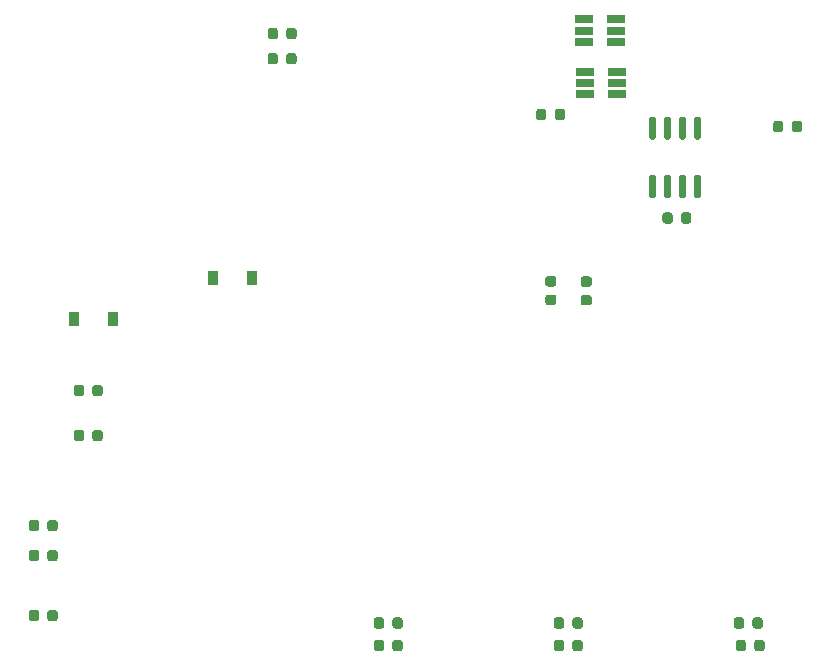
<source format=gbr>
%TF.GenerationSoftware,KiCad,Pcbnew,(5.1.6)-1*%
%TF.CreationDate,2020-09-05T08:23:18-07:00*%
%TF.ProjectId,pulser,70756c73-6572-42e6-9b69-6361645f7063,rev?*%
%TF.SameCoordinates,Original*%
%TF.FileFunction,Paste,Top*%
%TF.FilePolarity,Positive*%
%FSLAX46Y46*%
G04 Gerber Fmt 4.6, Leading zero omitted, Abs format (unit mm)*
G04 Created by KiCad (PCBNEW (5.1.6)-1) date 2020-09-05 08:23:18*
%MOMM*%
%LPD*%
G01*
G04 APERTURE LIST*
%ADD10R,1.560000X0.650000*%
%ADD11R,0.900000X1.200000*%
G04 APERTURE END LIST*
%TO.C,R11*%
G36*
G01*
X134270000Y-91691750D02*
X134270000Y-92204250D01*
G75*
G02*
X134051250Y-92423000I-218750J0D01*
G01*
X133613750Y-92423000D01*
G75*
G02*
X133395000Y-92204250I0J218750D01*
G01*
X133395000Y-91691750D01*
G75*
G02*
X133613750Y-91473000I218750J0D01*
G01*
X134051250Y-91473000D01*
G75*
G02*
X134270000Y-91691750I0J-218750D01*
G01*
G37*
G36*
G01*
X135845000Y-91691750D02*
X135845000Y-92204250D01*
G75*
G02*
X135626250Y-92423000I-218750J0D01*
G01*
X135188750Y-92423000D01*
G75*
G02*
X134970000Y-92204250I0J218750D01*
G01*
X134970000Y-91691750D01*
G75*
G02*
X135188750Y-91473000I218750J0D01*
G01*
X135626250Y-91473000D01*
G75*
G02*
X135845000Y-91691750I0J-218750D01*
G01*
G37*
%TD*%
%TO.C,U3*%
G36*
G01*
X126850000Y-96050000D02*
X127150000Y-96050000D01*
G75*
G02*
X127300000Y-96200000I0J-150000D01*
G01*
X127300000Y-97850000D01*
G75*
G02*
X127150000Y-98000000I-150000J0D01*
G01*
X126850000Y-98000000D01*
G75*
G02*
X126700000Y-97850000I0J150000D01*
G01*
X126700000Y-96200000D01*
G75*
G02*
X126850000Y-96050000I150000J0D01*
G01*
G37*
G36*
G01*
X125580000Y-96050000D02*
X125880000Y-96050000D01*
G75*
G02*
X126030000Y-96200000I0J-150000D01*
G01*
X126030000Y-97850000D01*
G75*
G02*
X125880000Y-98000000I-150000J0D01*
G01*
X125580000Y-98000000D01*
G75*
G02*
X125430000Y-97850000I0J150000D01*
G01*
X125430000Y-96200000D01*
G75*
G02*
X125580000Y-96050000I150000J0D01*
G01*
G37*
G36*
G01*
X124310000Y-96050000D02*
X124610000Y-96050000D01*
G75*
G02*
X124760000Y-96200000I0J-150000D01*
G01*
X124760000Y-97850000D01*
G75*
G02*
X124610000Y-98000000I-150000J0D01*
G01*
X124310000Y-98000000D01*
G75*
G02*
X124160000Y-97850000I0J150000D01*
G01*
X124160000Y-96200000D01*
G75*
G02*
X124310000Y-96050000I150000J0D01*
G01*
G37*
G36*
G01*
X123040000Y-96050000D02*
X123340000Y-96050000D01*
G75*
G02*
X123490000Y-96200000I0J-150000D01*
G01*
X123490000Y-97850000D01*
G75*
G02*
X123340000Y-98000000I-150000J0D01*
G01*
X123040000Y-98000000D01*
G75*
G02*
X122890000Y-97850000I0J150000D01*
G01*
X122890000Y-96200000D01*
G75*
G02*
X123040000Y-96050000I150000J0D01*
G01*
G37*
G36*
G01*
X123040000Y-91100000D02*
X123340000Y-91100000D01*
G75*
G02*
X123490000Y-91250000I0J-150000D01*
G01*
X123490000Y-92900000D01*
G75*
G02*
X123340000Y-93050000I-150000J0D01*
G01*
X123040000Y-93050000D01*
G75*
G02*
X122890000Y-92900000I0J150000D01*
G01*
X122890000Y-91250000D01*
G75*
G02*
X123040000Y-91100000I150000J0D01*
G01*
G37*
G36*
G01*
X124310000Y-91100000D02*
X124610000Y-91100000D01*
G75*
G02*
X124760000Y-91250000I0J-150000D01*
G01*
X124760000Y-92900000D01*
G75*
G02*
X124610000Y-93050000I-150000J0D01*
G01*
X124310000Y-93050000D01*
G75*
G02*
X124160000Y-92900000I0J150000D01*
G01*
X124160000Y-91250000D01*
G75*
G02*
X124310000Y-91100000I150000J0D01*
G01*
G37*
G36*
G01*
X125580000Y-91100000D02*
X125880000Y-91100000D01*
G75*
G02*
X126030000Y-91250000I0J-150000D01*
G01*
X126030000Y-92900000D01*
G75*
G02*
X125880000Y-93050000I-150000J0D01*
G01*
X125580000Y-93050000D01*
G75*
G02*
X125430000Y-92900000I0J150000D01*
G01*
X125430000Y-91250000D01*
G75*
G02*
X125580000Y-91100000I150000J0D01*
G01*
G37*
G36*
G01*
X126850000Y-91100000D02*
X127150000Y-91100000D01*
G75*
G02*
X127300000Y-91250000I0J-150000D01*
G01*
X127300000Y-92900000D01*
G75*
G02*
X127150000Y-93050000I-150000J0D01*
G01*
X126850000Y-93050000D01*
G75*
G02*
X126700000Y-92900000I0J150000D01*
G01*
X126700000Y-91250000D01*
G75*
G02*
X126850000Y-91100000I150000J0D01*
G01*
G37*
%TD*%
%TO.C,C4*%
G36*
G01*
X124897500Y-99438750D02*
X124897500Y-99951250D01*
G75*
G02*
X124678750Y-100170000I-218750J0D01*
G01*
X124241250Y-100170000D01*
G75*
G02*
X124022500Y-99951250I0J218750D01*
G01*
X124022500Y-99438750D01*
G75*
G02*
X124241250Y-99220000I218750J0D01*
G01*
X124678750Y-99220000D01*
G75*
G02*
X124897500Y-99438750I0J-218750D01*
G01*
G37*
G36*
G01*
X126472500Y-99438750D02*
X126472500Y-99951250D01*
G75*
G02*
X126253750Y-100170000I-218750J0D01*
G01*
X125816250Y-100170000D01*
G75*
G02*
X125597500Y-99951250I0J218750D01*
G01*
X125597500Y-99438750D01*
G75*
G02*
X125816250Y-99220000I218750J0D01*
G01*
X126253750Y-99220000D01*
G75*
G02*
X126472500Y-99438750I0J-218750D01*
G01*
G37*
%TD*%
%TO.C,C1*%
G36*
G01*
X71952500Y-133606250D02*
X71952500Y-133093750D01*
G75*
G02*
X72171250Y-132875000I218750J0D01*
G01*
X72608750Y-132875000D01*
G75*
G02*
X72827500Y-133093750I0J-218750D01*
G01*
X72827500Y-133606250D01*
G75*
G02*
X72608750Y-133825000I-218750J0D01*
G01*
X72171250Y-133825000D01*
G75*
G02*
X71952500Y-133606250I0J218750D01*
G01*
G37*
G36*
G01*
X70377500Y-133606250D02*
X70377500Y-133093750D01*
G75*
G02*
X70596250Y-132875000I218750J0D01*
G01*
X71033750Y-132875000D01*
G75*
G02*
X71252500Y-133093750I0J-218750D01*
G01*
X71252500Y-133606250D01*
G75*
G02*
X71033750Y-133825000I-218750J0D01*
G01*
X70596250Y-133825000D01*
G75*
G02*
X70377500Y-133606250I0J218750D01*
G01*
G37*
%TD*%
%TO.C,R10*%
G36*
G01*
X117832850Y-105517300D02*
X117320350Y-105517300D01*
G75*
G02*
X117101600Y-105298550I0J218750D01*
G01*
X117101600Y-104861050D01*
G75*
G02*
X117320350Y-104642300I218750J0D01*
G01*
X117832850Y-104642300D01*
G75*
G02*
X118051600Y-104861050I0J-218750D01*
G01*
X118051600Y-105298550D01*
G75*
G02*
X117832850Y-105517300I-218750J0D01*
G01*
G37*
G36*
G01*
X117832850Y-107092300D02*
X117320350Y-107092300D01*
G75*
G02*
X117101600Y-106873550I0J218750D01*
G01*
X117101600Y-106436050D01*
G75*
G02*
X117320350Y-106217300I218750J0D01*
G01*
X117832850Y-106217300D01*
G75*
G02*
X118051600Y-106436050I0J-218750D01*
G01*
X118051600Y-106873550D01*
G75*
G02*
X117832850Y-107092300I-218750J0D01*
G01*
G37*
%TD*%
%TO.C,R9*%
G36*
G01*
X114904000Y-91188250D02*
X114904000Y-90675750D01*
G75*
G02*
X115122750Y-90457000I218750J0D01*
G01*
X115560250Y-90457000D01*
G75*
G02*
X115779000Y-90675750I0J-218750D01*
G01*
X115779000Y-91188250D01*
G75*
G02*
X115560250Y-91407000I-218750J0D01*
G01*
X115122750Y-91407000D01*
G75*
G02*
X114904000Y-91188250I0J218750D01*
G01*
G37*
G36*
G01*
X113329000Y-91188250D02*
X113329000Y-90675750D01*
G75*
G02*
X113547750Y-90457000I218750J0D01*
G01*
X113985250Y-90457000D01*
G75*
G02*
X114204000Y-90675750I0J-218750D01*
G01*
X114204000Y-91188250D01*
G75*
G02*
X113985250Y-91407000I-218750J0D01*
G01*
X113547750Y-91407000D01*
G75*
G02*
X113329000Y-91188250I0J218750D01*
G01*
G37*
%TD*%
%TO.C,R8*%
G36*
G01*
X92171000Y-86463850D02*
X92171000Y-85951350D01*
G75*
G02*
X92389750Y-85732600I218750J0D01*
G01*
X92827250Y-85732600D01*
G75*
G02*
X93046000Y-85951350I0J-218750D01*
G01*
X93046000Y-86463850D01*
G75*
G02*
X92827250Y-86682600I-218750J0D01*
G01*
X92389750Y-86682600D01*
G75*
G02*
X92171000Y-86463850I0J218750D01*
G01*
G37*
G36*
G01*
X90596000Y-86463850D02*
X90596000Y-85951350D01*
G75*
G02*
X90814750Y-85732600I218750J0D01*
G01*
X91252250Y-85732600D01*
G75*
G02*
X91471000Y-85951350I0J-218750D01*
G01*
X91471000Y-86463850D01*
G75*
G02*
X91252250Y-86682600I-218750J0D01*
G01*
X90814750Y-86682600D01*
G75*
G02*
X90596000Y-86463850I0J218750D01*
G01*
G37*
%TD*%
D10*
%TO.C,Q2*%
X117475000Y-88265000D03*
X117475000Y-89215000D03*
X117475000Y-87315000D03*
X120175000Y-87315000D03*
X120175000Y-88265000D03*
X120175000Y-89215000D03*
%TD*%
%TO.C,D7*%
G36*
G01*
X92171000Y-84330250D02*
X92171000Y-83817750D01*
G75*
G02*
X92389750Y-83599000I218750J0D01*
G01*
X92827250Y-83599000D01*
G75*
G02*
X93046000Y-83817750I0J-218750D01*
G01*
X93046000Y-84330250D01*
G75*
G02*
X92827250Y-84549000I-218750J0D01*
G01*
X92389750Y-84549000D01*
G75*
G02*
X92171000Y-84330250I0J218750D01*
G01*
G37*
G36*
G01*
X90596000Y-84330250D02*
X90596000Y-83817750D01*
G75*
G02*
X90814750Y-83599000I218750J0D01*
G01*
X91252250Y-83599000D01*
G75*
G02*
X91471000Y-83817750I0J-218750D01*
G01*
X91471000Y-84330250D01*
G75*
G02*
X91252250Y-84549000I-218750J0D01*
G01*
X90814750Y-84549000D01*
G75*
G02*
X90596000Y-84330250I0J218750D01*
G01*
G37*
%TD*%
%TO.C,Q1*%
X117395000Y-83820000D03*
X117395000Y-84770000D03*
X117395000Y-82870000D03*
X120095000Y-82870000D03*
X120095000Y-83820000D03*
X120095000Y-84770000D03*
%TD*%
%TO.C,R6*%
G36*
G01*
X116402500Y-134241250D02*
X116402500Y-133728750D01*
G75*
G02*
X116621250Y-133510000I218750J0D01*
G01*
X117058750Y-133510000D01*
G75*
G02*
X117277500Y-133728750I0J-218750D01*
G01*
X117277500Y-134241250D01*
G75*
G02*
X117058750Y-134460000I-218750J0D01*
G01*
X116621250Y-134460000D01*
G75*
G02*
X116402500Y-134241250I0J218750D01*
G01*
G37*
G36*
G01*
X114827500Y-134241250D02*
X114827500Y-133728750D01*
G75*
G02*
X115046250Y-133510000I218750J0D01*
G01*
X115483750Y-133510000D01*
G75*
G02*
X115702500Y-133728750I0J-218750D01*
G01*
X115702500Y-134241250D01*
G75*
G02*
X115483750Y-134460000I-218750J0D01*
G01*
X115046250Y-134460000D01*
G75*
G02*
X114827500Y-134241250I0J218750D01*
G01*
G37*
%TD*%
%TO.C,R4*%
G36*
G01*
X75062500Y-114043750D02*
X75062500Y-114556250D01*
G75*
G02*
X74843750Y-114775000I-218750J0D01*
G01*
X74406250Y-114775000D01*
G75*
G02*
X74187500Y-114556250I0J218750D01*
G01*
X74187500Y-114043750D01*
G75*
G02*
X74406250Y-113825000I218750J0D01*
G01*
X74843750Y-113825000D01*
G75*
G02*
X75062500Y-114043750I0J-218750D01*
G01*
G37*
G36*
G01*
X76637500Y-114043750D02*
X76637500Y-114556250D01*
G75*
G02*
X76418750Y-114775000I-218750J0D01*
G01*
X75981250Y-114775000D01*
G75*
G02*
X75762500Y-114556250I0J218750D01*
G01*
X75762500Y-114043750D01*
G75*
G02*
X75981250Y-113825000I218750J0D01*
G01*
X76418750Y-113825000D01*
G75*
G02*
X76637500Y-114043750I0J-218750D01*
G01*
G37*
%TD*%
%TO.C,R2*%
G36*
G01*
X71952500Y-128526250D02*
X71952500Y-128013750D01*
G75*
G02*
X72171250Y-127795000I218750J0D01*
G01*
X72608750Y-127795000D01*
G75*
G02*
X72827500Y-128013750I0J-218750D01*
G01*
X72827500Y-128526250D01*
G75*
G02*
X72608750Y-128745000I-218750J0D01*
G01*
X72171250Y-128745000D01*
G75*
G02*
X71952500Y-128526250I0J218750D01*
G01*
G37*
G36*
G01*
X70377500Y-128526250D02*
X70377500Y-128013750D01*
G75*
G02*
X70596250Y-127795000I218750J0D01*
G01*
X71033750Y-127795000D01*
G75*
G02*
X71252500Y-128013750I0J-218750D01*
G01*
X71252500Y-128526250D01*
G75*
G02*
X71033750Y-128745000I-218750J0D01*
G01*
X70596250Y-128745000D01*
G75*
G02*
X70377500Y-128526250I0J218750D01*
G01*
G37*
%TD*%
%TO.C,R7*%
G36*
G01*
X131642500Y-134241250D02*
X131642500Y-133728750D01*
G75*
G02*
X131861250Y-133510000I218750J0D01*
G01*
X132298750Y-133510000D01*
G75*
G02*
X132517500Y-133728750I0J-218750D01*
G01*
X132517500Y-134241250D01*
G75*
G02*
X132298750Y-134460000I-218750J0D01*
G01*
X131861250Y-134460000D01*
G75*
G02*
X131642500Y-134241250I0J218750D01*
G01*
G37*
G36*
G01*
X130067500Y-134241250D02*
X130067500Y-133728750D01*
G75*
G02*
X130286250Y-133510000I218750J0D01*
G01*
X130723750Y-133510000D01*
G75*
G02*
X130942500Y-133728750I0J-218750D01*
G01*
X130942500Y-134241250D01*
G75*
G02*
X130723750Y-134460000I-218750J0D01*
G01*
X130286250Y-134460000D01*
G75*
G02*
X130067500Y-134241250I0J218750D01*
G01*
G37*
%TD*%
%TO.C,R1*%
G36*
G01*
X71952500Y-125986250D02*
X71952500Y-125473750D01*
G75*
G02*
X72171250Y-125255000I218750J0D01*
G01*
X72608750Y-125255000D01*
G75*
G02*
X72827500Y-125473750I0J-218750D01*
G01*
X72827500Y-125986250D01*
G75*
G02*
X72608750Y-126205000I-218750J0D01*
G01*
X72171250Y-126205000D01*
G75*
G02*
X71952500Y-125986250I0J218750D01*
G01*
G37*
G36*
G01*
X70377500Y-125986250D02*
X70377500Y-125473750D01*
G75*
G02*
X70596250Y-125255000I218750J0D01*
G01*
X71033750Y-125255000D01*
G75*
G02*
X71252500Y-125473750I0J-218750D01*
G01*
X71252500Y-125986250D01*
G75*
G02*
X71033750Y-126205000I-218750J0D01*
G01*
X70596250Y-126205000D01*
G75*
G02*
X70377500Y-125986250I0J218750D01*
G01*
G37*
%TD*%
%TO.C,R5*%
G36*
G01*
X75062500Y-117853750D02*
X75062500Y-118366250D01*
G75*
G02*
X74843750Y-118585000I-218750J0D01*
G01*
X74406250Y-118585000D01*
G75*
G02*
X74187500Y-118366250I0J218750D01*
G01*
X74187500Y-117853750D01*
G75*
G02*
X74406250Y-117635000I218750J0D01*
G01*
X74843750Y-117635000D01*
G75*
G02*
X75062500Y-117853750I0J-218750D01*
G01*
G37*
G36*
G01*
X76637500Y-117853750D02*
X76637500Y-118366250D01*
G75*
G02*
X76418750Y-118585000I-218750J0D01*
G01*
X75981250Y-118585000D01*
G75*
G02*
X75762500Y-118366250I0J218750D01*
G01*
X75762500Y-117853750D01*
G75*
G02*
X75981250Y-117635000I218750J0D01*
G01*
X76418750Y-117635000D01*
G75*
G02*
X76637500Y-117853750I0J-218750D01*
G01*
G37*
%TD*%
%TO.C,D6*%
G36*
G01*
X131795000Y-136146250D02*
X131795000Y-135633750D01*
G75*
G02*
X132013750Y-135415000I218750J0D01*
G01*
X132451250Y-135415000D01*
G75*
G02*
X132670000Y-135633750I0J-218750D01*
G01*
X132670000Y-136146250D01*
G75*
G02*
X132451250Y-136365000I-218750J0D01*
G01*
X132013750Y-136365000D01*
G75*
G02*
X131795000Y-136146250I0J218750D01*
G01*
G37*
G36*
G01*
X130220000Y-136146250D02*
X130220000Y-135633750D01*
G75*
G02*
X130438750Y-135415000I218750J0D01*
G01*
X130876250Y-135415000D01*
G75*
G02*
X131095000Y-135633750I0J-218750D01*
G01*
X131095000Y-136146250D01*
G75*
G02*
X130876250Y-136365000I-218750J0D01*
G01*
X130438750Y-136365000D01*
G75*
G02*
X130220000Y-136146250I0J218750D01*
G01*
G37*
%TD*%
%TO.C,D4*%
G36*
G01*
X116402500Y-136146250D02*
X116402500Y-135633750D01*
G75*
G02*
X116621250Y-135415000I218750J0D01*
G01*
X117058750Y-135415000D01*
G75*
G02*
X117277500Y-135633750I0J-218750D01*
G01*
X117277500Y-136146250D01*
G75*
G02*
X117058750Y-136365000I-218750J0D01*
G01*
X116621250Y-136365000D01*
G75*
G02*
X116402500Y-136146250I0J218750D01*
G01*
G37*
G36*
G01*
X114827500Y-136146250D02*
X114827500Y-135633750D01*
G75*
G02*
X115046250Y-135415000I218750J0D01*
G01*
X115483750Y-135415000D01*
G75*
G02*
X115702500Y-135633750I0J-218750D01*
G01*
X115702500Y-136146250D01*
G75*
G02*
X115483750Y-136365000I-218750J0D01*
G01*
X115046250Y-136365000D01*
G75*
G02*
X114827500Y-136146250I0J218750D01*
G01*
G37*
%TD*%
%TO.C,D2*%
G36*
G01*
X101162500Y-136146250D02*
X101162500Y-135633750D01*
G75*
G02*
X101381250Y-135415000I218750J0D01*
G01*
X101818750Y-135415000D01*
G75*
G02*
X102037500Y-135633750I0J-218750D01*
G01*
X102037500Y-136146250D01*
G75*
G02*
X101818750Y-136365000I-218750J0D01*
G01*
X101381250Y-136365000D01*
G75*
G02*
X101162500Y-136146250I0J218750D01*
G01*
G37*
G36*
G01*
X99587500Y-136146250D02*
X99587500Y-135633750D01*
G75*
G02*
X99806250Y-135415000I218750J0D01*
G01*
X100243750Y-135415000D01*
G75*
G02*
X100462500Y-135633750I0J-218750D01*
G01*
X100462500Y-136146250D01*
G75*
G02*
X100243750Y-136365000I-218750J0D01*
G01*
X99806250Y-136365000D01*
G75*
G02*
X99587500Y-136146250I0J218750D01*
G01*
G37*
%TD*%
%TO.C,C5*%
G36*
G01*
X114835650Y-105491800D02*
X114323150Y-105491800D01*
G75*
G02*
X114104400Y-105273050I0J218750D01*
G01*
X114104400Y-104835550D01*
G75*
G02*
X114323150Y-104616800I218750J0D01*
G01*
X114835650Y-104616800D01*
G75*
G02*
X115054400Y-104835550I0J-218750D01*
G01*
X115054400Y-105273050D01*
G75*
G02*
X114835650Y-105491800I-218750J0D01*
G01*
G37*
G36*
G01*
X114835650Y-107066800D02*
X114323150Y-107066800D01*
G75*
G02*
X114104400Y-106848050I0J218750D01*
G01*
X114104400Y-106410550D01*
G75*
G02*
X114323150Y-106191800I218750J0D01*
G01*
X114835650Y-106191800D01*
G75*
G02*
X115054400Y-106410550I0J-218750D01*
G01*
X115054400Y-106848050D01*
G75*
G02*
X114835650Y-107066800I-218750J0D01*
G01*
G37*
%TD*%
D11*
%TO.C,D5*%
X85980000Y-104775000D03*
X89280000Y-104775000D03*
%TD*%
%TO.C,D3*%
X74170000Y-108204000D03*
X77470000Y-108204000D03*
%TD*%
%TO.C,R3*%
G36*
G01*
X101162500Y-134241250D02*
X101162500Y-133728750D01*
G75*
G02*
X101381250Y-133510000I218750J0D01*
G01*
X101818750Y-133510000D01*
G75*
G02*
X102037500Y-133728750I0J-218750D01*
G01*
X102037500Y-134241250D01*
G75*
G02*
X101818750Y-134460000I-218750J0D01*
G01*
X101381250Y-134460000D01*
G75*
G02*
X101162500Y-134241250I0J218750D01*
G01*
G37*
G36*
G01*
X99587500Y-134241250D02*
X99587500Y-133728750D01*
G75*
G02*
X99806250Y-133510000I218750J0D01*
G01*
X100243750Y-133510000D01*
G75*
G02*
X100462500Y-133728750I0J-218750D01*
G01*
X100462500Y-134241250D01*
G75*
G02*
X100243750Y-134460000I-218750J0D01*
G01*
X99806250Y-134460000D01*
G75*
G02*
X99587500Y-134241250I0J218750D01*
G01*
G37*
%TD*%
M02*

</source>
